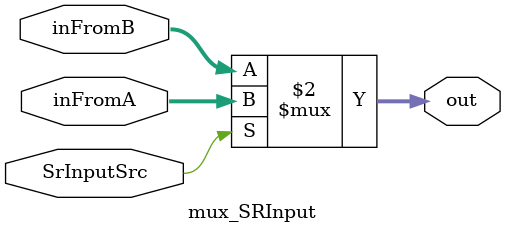
<source format=v>
module mux_SRInput (
  input wire SrInputSrc,
  input wire [31:0] inFromB,
  input wire [31:0] inFromA,
  output wire [31:0] out
);

  assign out = (SrInputSrc == 0) ? inFromB : inFromA;

endmodule

</source>
